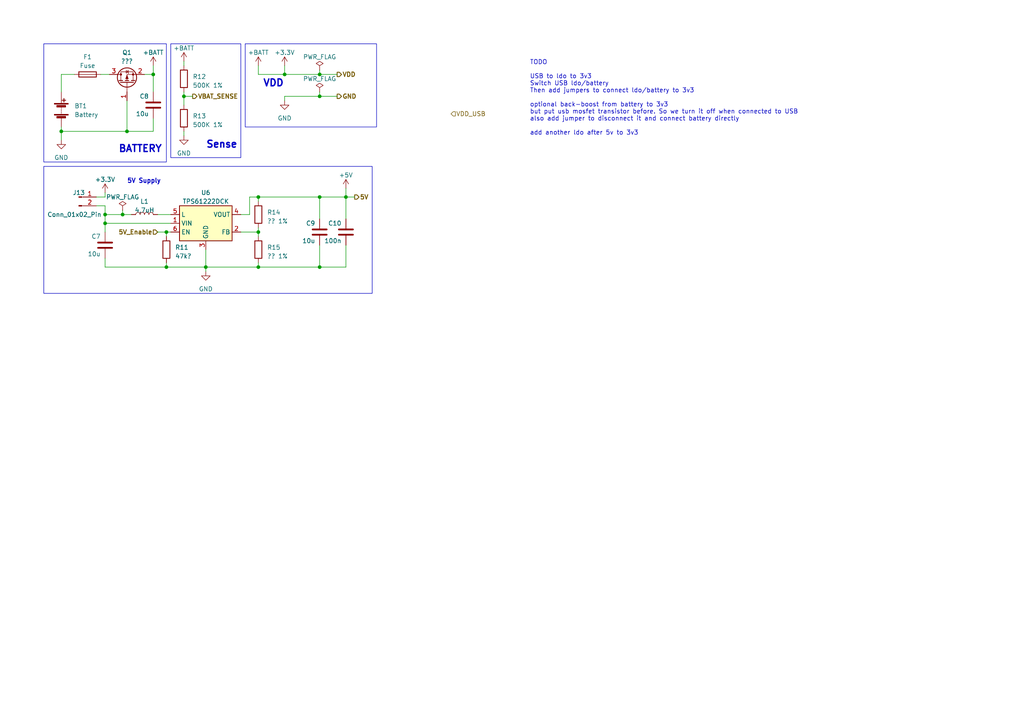
<source format=kicad_sch>
(kicad_sch (version 20230121) (generator eeschema)
  (paper "A4")
  (lib_symbols
    (symbol "Connector:Conn_01x02_Pin" (pin_names (offset 1.016) hide)
      (property "Reference" "J" (at 0 2.54 0))
      (property "Value" "Conn_01x02_Pin" (at 0 -5.08 0))
      (symbol "Conn_01x02_Pin_1_1"
        (polyline (pts (xy 1.27 -2.54) (xy 0.8636 -2.54)) (stroke (width 0.1524)))
        (polyline (pts (xy 1.27 0) (xy 0.8636 0)) (stroke (width 0.1524)))
        (rectangle (start 0.8636 -2.413) (end 0 -2.667) (stroke (width 0.1524)) (fill (type outline)))
        (rectangle (start 0.8636 0.127) (end 0 -0.127) (stroke (width 0.1524)) (fill (type outline)))
        (pin passive line (at 5.08 0 180) (length 3.81) (name "Pin_1") (number "1"))
        (pin passive line (at 5.08 -2.54 180) (length 3.81) (name "Pin_2") (number "2"))
      )
    )
    (symbol "Device:Battery" (pin_numbers hide) (pin_names (offset 0) hide)
      (property "Reference" "BT" (at 2.54 2.54 0))
      (property "Value" "Battery" (at 2.54 0 0))
      (symbol "Battery_0_1"
        (rectangle (start -2.032 -1.397) (end 2.032 -1.651) (fill (type outline)))
        (rectangle (start -2.032 1.778) (end 2.032 1.524) (fill (type outline)))
        (rectangle (start -1.3208 -1.9812) (end 1.27 -2.4892) (fill (type outline)))
        (rectangle (start -1.3208 1.1938) (end 1.27 0.6858) (fill (type outline)))
        (polyline (pts (xy 0 -1.524) (xy 0 -1.27)))
        (polyline (pts (xy 0 -1.016) (xy 0 -0.762)))
        (polyline (pts (xy 0 -0.508) (xy 0 -0.254)))
        (polyline (pts (xy 0 0) (xy 0 0.254)))
        (polyline (pts (xy 0 0.508) (xy 0 0.762)))
        (polyline (pts (xy 0 1.778) (xy 0 2.54)))
        (polyline (pts (xy 0.254 2.667) (xy 1.27 2.667)) (stroke (width 0.254)))
        (polyline (pts (xy 0.762 3.175) (xy 0.762 2.159)) (stroke (width 0.254)))
      )
      (symbol "Battery_1_1"
        (pin passive line (at 0 5.08 270) (length 2.54) (name "+") (number "1"))
        (pin passive line (at 0 -5.08 90) (length 2.54) (name "-") (number "2"))
      )
    )
    (symbol "Device:C" (pin_numbers hide) (pin_names (offset 0.254))
      (property "Reference" "C" (at 0.635 2.54 0))
      (property "Value" "C" (at 0.635 -2.54 0))
      (symbol "C_0_1"
        (polyline (pts (xy -2.032 -0.762) (xy 2.032 -0.762)) (stroke (width 0.508)))
        (polyline (pts (xy -2.032 0.762) (xy 2.032 0.762)) (stroke (width 0.508)))
      )
      (symbol "C_1_1"
        (pin passive line (at 0 3.81 270) (length 2.794) (name "~") (number "1"))
        (pin passive line (at 0 -3.81 90) (length 2.794) (name "~") (number "2"))
      )
    )
    (symbol "Device:Fuse" (pin_numbers hide) (pin_names (offset 0))
      (property "Reference" "F" (at 2.032 0 90))
      (property "Value" "Fuse" (at -1.905 0 90))
      (symbol "Fuse_0_1"
        (rectangle (start -0.762 -2.54) (end 0.762 2.54) (stroke (width 0.254)))
        (polyline (pts (xy 0 2.54) (xy 0 -2.54)))
      )
      (symbol "Fuse_1_1"
        (pin passive line (at 0 3.81 270) (length 1.27) (name "~") (number "1"))
        (pin passive line (at 0 -3.81 90) (length 1.27) (name "~") (number "2"))
      )
    )
    (symbol "Device:L" (pin_numbers hide) (pin_names (offset 1.016) hide)
      (property "Reference" "L" (at -1.27 0 90))
      (property "Value" "L" (at 1.905 0 90))
      (symbol "L_0_1"
        (arc (start 0 -2.54) (mid 0.6323 -1.905) (end 0 -1.27))
        (arc (start 0 -1.27) (mid 0.6323 -0.635) (end 0 0))
        (arc (start 0 0) (mid 0.6323 0.635) (end 0 1.27))
        (arc (start 0 1.27) (mid 0.6323 1.905) (end 0 2.54))
      )
      (symbol "L_1_1"
        (pin passive line (at 0 3.81 270) (length 1.27) (name "1") (number "1"))
        (pin passive line (at 0 -3.81 90) (length 1.27) (name "2") (number "2"))
      )
    )
    (symbol "Device:R" (pin_numbers hide) (pin_names (offset 0))
      (property "Reference" "R" (at 2.032 0 90))
      (property "Value" "R" (at 0 0 90))
      (symbol "R_0_1"
        (rectangle (start -1.016 -2.54) (end 1.016 2.54) (stroke (width 0.254)))
      )
      (symbol "R_1_1"
        (pin passive line (at 0 3.81 270) (length 1.27) (name "~") (number "1"))
        (pin passive line (at 0 -3.81 90) (length 1.27) (name "~") (number "2"))
      )
    )
    (symbol "Regulator_Switching:TPS61222DCK"
      (property "Reference" "U" (at -7.62 6.35 0))
      (property "Value" "TPS61222DCK" (at 2.54 6.35 0))
      (symbol "TPS61222DCK_0_1"
        (rectangle (start -7.62 5.08) (end 7.62 -5.08) (stroke (width 0.254)) (fill (type background)))
      )
      (symbol "TPS61222DCK_1_1"
        (pin power_in line (at -10.16 0 0) (length 2.54) (name "VIN") (number "1"))
        (pin input line (at 10.16 -2.54 180) (length 2.54) (name "FB") (number "2"))
        (pin power_in line (at 0 -7.62 90) (length 2.54) (name "GND") (number "3"))
        (pin power_out line (at 10.16 2.54 180) (length 2.54) (name "VOUT") (number "4"))
        (pin power_in line (at -10.16 2.54 0) (length 2.54) (name "L") (number "5"))
        (pin input line (at -10.16 -2.54 0) (length 2.54) (name "EN") (number "6"))
      )
    )
    (symbol "Transistor_FET:AO3401A" (pin_names hide)
      (property "Reference" "Q" (at 5.08 1.905 0))
      (property "Value" "AO3401A" (at 5.08 0 0))
      (symbol "AO3401A_0_1"
        (polyline (pts (xy 0.254 0) (xy -2.54 0)))
        (polyline (pts (xy 0.254 1.905) (xy 0.254 -1.905)) (stroke (width 0.254)))
        (polyline (pts (xy 0.762 -1.27) (xy 0.762 -2.286)) (stroke (width 0.254)))
        (polyline (pts (xy 0.762 0.508) (xy 0.762 -0.508)) (stroke (width 0.254)))
        (polyline (pts (xy 0.762 2.286) (xy 0.762 1.27)) (stroke (width 0.254)))
        (polyline (pts (xy 2.54 2.54) (xy 2.54 1.778)))
        (polyline (pts (xy 2.54 -2.54) (xy 2.54 0) (xy 0.762 0)))
        (polyline (pts (xy 0.762 1.778) (xy 3.302 1.778) (xy 3.302 -1.778) (xy 0.762 -1.778)))
        (polyline (pts (xy 2.286 0) (xy 1.27 0.381) (xy 1.27 -0.381) (xy 2.286 0)) (fill (type outline)))
        (polyline (pts (xy 2.794 -0.508) (xy 2.921 -0.381) (xy 3.683 -0.381) (xy 3.81 -0.254)))
        (polyline (pts (xy 3.302 -0.381) (xy 2.921 0.254) (xy 3.683 0.254) (xy 3.302 -0.381)))
        (circle (center 1.651 0) (radius 2.794) (stroke (width 0.254)))
        (circle (center 2.54 -1.778) (radius 0.254) (fill (type outline)))
        (circle (center 2.54 1.778) (radius 0.254) (fill (type outline)))
      )
      (symbol "AO3401A_1_1"
        (pin input line (at -5.08 0 0) (length 2.54) (name "G") (number "1"))
        (pin passive line (at 2.54 -5.08 90) (length 2.54) (name "S") (number "2"))
        (pin passive line (at 2.54 5.08 270) (length 2.54) (name "D") (number "3"))
      )
    )
    (symbol "power:+3.3V" (power) (pin_names (offset 0))
      (property "Value" "+3.3V" (at 0 3.556 0))
      (symbol "+3.3V_0_1"
        (polyline (pts (xy -0.762 1.27) (xy 0 2.54)))
        (polyline (pts (xy 0 0) (xy 0 2.54)))
        (polyline (pts (xy 0 2.54) (xy 0.762 1.27)))
      )
      (symbol "+3.3V_1_1"
        (pin power_in line (at 0 0 90) (length 0) hide (name "+3.3V") (number "1"))
      )
    )
    (symbol "power:+5V" (power) (pin_names (offset 0))
      (property "Value" "+5V" (at 0 3.556 0))
      (symbol "+5V_0_1"
        (polyline (pts (xy -0.762 1.27) (xy 0 2.54)))
        (polyline (pts (xy 0 0) (xy 0 2.54)))
        (polyline (pts (xy 0 2.54) (xy 0.762 1.27)))
      )
      (symbol "+5V_1_1"
        (pin power_in line (at 0 0 90) (length 0) hide (name "+5V") (number "1"))
      )
    )
    (symbol "power:+BATT" (power) (pin_names (offset 0))
      (property "Value" "+BATT" (at 0 3.556 0))
      (symbol "+BATT_0_1"
        (polyline (pts (xy -0.762 1.27) (xy 0 2.54)))
        (polyline (pts (xy 0 0) (xy 0 2.54)))
        (polyline (pts (xy 0 2.54) (xy 0.762 1.27)))
      )
      (symbol "+BATT_1_1"
        (pin power_in line (at 0 0 90) (length 0) hide (name "+BATT") (number "1"))
      )
    )
    (symbol "power:GND" (power) (pin_names (offset 0))
      (property "Value" "GND" (at 0 -3.81 0))
      (symbol "GND_0_1"
        (polyline (pts (xy 0 0) (xy 0 -1.27) (xy 1.27 -1.27) (xy 0 -2.54) (xy -1.27 -1.27) (xy 0 -1.27)))
      )
      (symbol "GND_1_1"
        (pin power_in line (at 0 0 270) (length 0) hide (name "GND") (number "1"))
      )
    )
    (symbol "power:PWR_FLAG" (power) (pin_numbers hide) (pin_names (offset 0) hide)
      (property "Value" "PWR_FLAG" (at 0 3.81 0))
      (symbol "PWR_FLAG_0_0"
        (pin power_out line (at 0 0 90) (length 0) (name "pwr") (number "1"))
      )
      (symbol "PWR_FLAG_0_1"
        (polyline (pts (xy 0 0) (xy 0 1.27) (xy -1.016 1.905) (xy 0 2.54) (xy 1.016 1.905) (xy 0 1.27)))
      )
    )
  )
  (junction (at 59.69 77.47))
  (junction (at 92.71 77.47))
  (junction (at 30.48 62.23))
  (junction (at 100.33 57.15))
  (junction (at 48.26 67.31))
  (junction (at 92.71 27.94))
  (junction (at 30.48 64.77))
  (junction (at 92.71 57.15))
  (junction (at 74.93 57.15))
  (junction (at 36.83 38.1))
  (junction (at 82.55 21.59))
  (junction (at 17.78 38.1))
  (junction (at 92.71 21.59))
  (junction (at 74.93 77.47))
  (junction (at 44.45 21.59))
  (junction (at 53.34 27.94))
  (junction (at 48.26 77.47))
  (junction (at 74.93 67.31))
  (junction (at 35.56 62.23))
  (wire (pts (xy 17.78 38.1) (xy 17.78 40.64)))
  (wire (pts (xy 44.45 38.1) (xy 36.83 38.1)))
  (wire (pts (xy 17.78 26.67) (xy 17.78 21.59)))
  (wire (pts (xy 74.93 21.59) (xy 82.55 21.59)))
  (wire (pts (xy 59.69 72.39) (xy 59.69 77.47)))
  (wire (pts (xy 30.48 57.15) (xy 30.48 55.88)))
  (wire (pts (xy 45.72 67.31) (xy 48.26 67.31)))
  (wire (pts (xy 30.48 74.93) (xy 30.48 77.47)))
  (wire (pts (xy 30.48 64.77) (xy 30.48 67.31)))
  (wire (pts (xy 92.71 71.12) (xy 92.71 77.47)))
  (wire (pts (xy 53.34 17.78) (xy 53.34 19.05)))
  (wire (pts (xy 30.48 64.77) (xy 49.53 64.77)))
  (wire (pts (xy 45.72 62.23) (xy 49.53 62.23)))
  (wire (pts (xy 82.55 21.59) (xy 92.71 21.59)))
  (wire (pts (xy 17.78 36.83) (xy 17.78 38.1)))
  (wire (pts (xy 27.94 59.69) (xy 30.48 59.69)))
  (wire (pts (xy 100.33 54.61) (xy 100.33 57.15)))
  (wire (pts (xy 100.33 71.12) (xy 100.33 77.47)))
  (wire (pts (xy 74.93 66.04) (xy 74.93 67.31)))
  (wire (pts (xy 92.71 20.32) (xy 92.71 21.59)))
  (wire (pts (xy 92.71 27.94) (xy 82.55 27.94)))
  (wire (pts (xy 100.33 57.15) (xy 92.71 57.15)))
  (wire (pts (xy 41.91 21.59) (xy 44.45 21.59)))
  (wire (pts (xy 92.71 57.15) (xy 92.71 63.5)))
  (wire (pts (xy 72.39 57.15) (xy 72.39 62.23)))
  (wire (pts (xy 92.71 21.59) (xy 97.79 21.59)))
  (wire (pts (xy 44.45 21.59) (xy 44.45 19.05)))
  (wire (pts (xy 92.71 77.47) (xy 100.33 77.47)))
  (wire (pts (xy 53.34 38.1) (xy 53.34 39.37)))
  (wire (pts (xy 74.93 57.15) (xy 92.71 57.15)))
  (wire (pts (xy 35.56 60.96) (xy 35.56 62.23)))
  (wire (pts (xy 30.48 59.69) (xy 30.48 62.23)))
  (wire (pts (xy 29.21 21.59) (xy 31.75 21.59)))
  (wire (pts (xy 35.56 62.23) (xy 38.1 62.23)))
  (wire (pts (xy 97.79 27.94) (xy 92.71 27.94)))
  (wire (pts (xy 59.69 77.47) (xy 59.69 78.74)))
  (wire (pts (xy 36.83 29.21) (xy 36.83 38.1)))
  (wire (pts (xy 48.26 76.2) (xy 48.26 77.47)))
  (wire (pts (xy 30.48 62.23) (xy 35.56 62.23)))
  (wire (pts (xy 100.33 57.15) (xy 102.87 57.15)))
  (wire (pts (xy 69.85 67.31) (xy 74.93 67.31)))
  (wire (pts (xy 44.45 21.59) (xy 44.45 26.67)))
  (wire (pts (xy 17.78 21.59) (xy 21.59 21.59)))
  (wire (pts (xy 44.45 34.29) (xy 44.45 38.1)))
  (wire (pts (xy 72.39 62.23) (xy 69.85 62.23)))
  (wire (pts (xy 48.26 77.47) (xy 59.69 77.47)))
  (wire (pts (xy 30.48 77.47) (xy 48.26 77.47)))
  (wire (pts (xy 74.93 19.05) (xy 74.93 21.59)))
  (wire (pts (xy 74.93 77.47) (xy 92.71 77.47)))
  (wire (pts (xy 82.55 27.94) (xy 82.55 29.21)))
  (wire (pts (xy 53.34 27.94) (xy 55.88 27.94)))
  (wire (pts (xy 30.48 62.23) (xy 30.48 64.77)))
  (wire (pts (xy 59.69 77.47) (xy 74.93 77.47)))
  (wire (pts (xy 48.26 68.58) (xy 48.26 67.31)))
  (wire (pts (xy 53.34 27.94) (xy 53.34 30.48)))
  (wire (pts (xy 72.39 57.15) (xy 74.93 57.15)))
  (wire (pts (xy 53.34 26.67) (xy 53.34 27.94)))
  (wire (pts (xy 74.93 76.2) (xy 74.93 77.47)))
  (wire (pts (xy 27.94 57.15) (xy 30.48 57.15)))
  (wire (pts (xy 74.93 57.15) (xy 74.93 58.42)))
  (wire (pts (xy 48.26 67.31) (xy 49.53 67.31)))
  (wire (pts (xy 36.83 38.1) (xy 17.78 38.1)))
  (wire (pts (xy 92.71 26.67) (xy 92.71 27.94)))
  (wire (pts (xy 82.55 21.59) (xy 82.55 19.05)))
  (wire (pts (xy 100.33 63.5) (xy 100.33 57.15)))
  (wire (pts (xy 74.93 67.31) (xy 74.93 68.58)))
  (rectangle (start 12.7 12.7) (end 48.26 46.99))
  (rectangle (start 71.12 12.7) (end 109.22 36.83))
  (rectangle (start 49.53 12.7) (end 69.85 45.72))
  (rectangle (start 12.7 48.26) (end 107.95 85.09))
  (text "Sense" (at 59.69 43.18 0) (effects (font (size 2 2) bold) (justify left bottom)))
  (text "VDD" (at 76.2 25.4 0) (effects (font (size 2 2) bold) (justify left bottom)))
  (text "BATTERY" (at 34.29 44.45 0) (effects (font (size 2 2) (thickness 0.4) bold) (justify left bottom)))
  (text "TODO\n\nUSB to ldo to 3v3\nSwitch USB ldo/battery\nThen add jumpers to connect ldo/battery to 3v3\n\noptional back-boost from battery to 3v3\nbut put usb mosfet transistor before. So we turn it off when connected to USB\nalso add jumper to disconnect it and connect battery directly\n\nadd another ldo after 5v to 3v3" (at 153.67 39.37 0) (effects (font (size 1.27 1.27)) (justify left bottom)))
  (text "5V Supply" (at 36.83 53.34 0) (effects (font (size 1.27 1.27) bold) (justify left bottom)))
  (hierarchical_label "VBAT_SENSE" (shape output) (at 55.88 27.94 0) (effects (font bold)))
  (hierarchical_label "5V" (shape output) (at 102.87 57.15 0) (effects (font bold)))
  (hierarchical_label "5V_Enable" (shape input) (at 45.72 67.31 180) (effects (font bold)))
  (hierarchical_label "VDD" (shape output) (at 97.79 21.59 0) (effects (font bold)))
  (hierarchical_label "GND" (shape output) (at 97.79 27.94 0) (effects (font bold)))
  (hierarchical_label "VDD_USB" (shape input) (at 130.81 33.02 0))
  (symbol (lib_id "Transistor_FET:AO3401A") (at 36.83 24.13 90) (unit 1)
    (property "Reference" "Q1" (at 36.83 15.24 90))
    (property "Value" "???" (at 36.83 17.78 90))
    (property "Footprint" "Package_TO_SOT_SMD:SOT-23" (effects hide))
    (property "Datasheet" "http://www.aosmd.com/pdfs/datasheet/AO3401A.pdf" (effects hide))
  )
  (symbol (lib_id "Device:R") (at 74.93 62.23 0) (unit 1)
    (property "Reference" "R14" (at 77.47 61.595 0) (effects (justify left)))
    (property "Value" "?? 1%" (at 77.47 64.135 0) (effects (justify left)))
    (property "Footprint" "Resistor_SMD:R_1206_3216Metric" (effects hide))
  )
  (symbol (lib_id "Device:Fuse") (at 25.4 21.59 90) (unit 1)
    (property "Reference" "F1" (at 25.4 16.51 90))
    (property "Value" "Fuse" (at 25.4 19.05 90))
    (property "Footprint" "Fuse:Fuse_2920_7451Metric_Pad2.10x5.45mm_HandSolder" (effects hide))
  )
  (symbol (lib_id "power:GND") (at 53.34 39.37 0) (unit 1)
    (property "Reference" "#PWR043" (effects hide))
    (property "Value" "GND" (at 53.34 44.45 0))
  )
  (symbol (lib_id "Device:L") (at 41.91 62.23 90) (unit 1)
    (property "Reference" "L1" (at 41.91 58.42 90))
    (property "Value" "4,7uH" (at 41.91 60.96 90))
    (property "Footprint" "Inductor_SMD:L_6.3x6.3_H3" (effects hide))
  )
  (symbol (lib_id "Device:R") (at 48.26 72.39 0) (unit 1)
    (property "Reference" "R11" (at 50.8 71.755 0) (effects (justify left)))
    (property "Value" "47k?" (at 50.8 74.295 0) (effects (justify left)))
    (property "Footprint" "Resistor_SMD:R_1206_3216Metric" (effects hide))
  )
  (symbol (lib_id "power:GND") (at 59.69 78.74 0) (unit 1)
    (property "Reference" "#PWR044" (effects hide))
    (property "Value" "GND" (at 59.69 83.82 0))
  )
  (symbol (lib_id "power:+BATT") (at 53.34 17.78 0) (unit 1)
    (property "Reference" "#PWR042" (effects hide))
    (property "Value" "+BATT" (at 53.34 13.97 0))
  )
  (symbol (lib_id "Device:C") (at 100.33 67.31 0) (unit 1)
    (property "Reference" "C10" (at 99.06 64.77 0) (effects (justify right)))
    (property "Value" "100n" (at 99.06 69.85 0) (effects (justify right)))
    (property "Footprint" "Capacitor_SMD:C_0805_2012Metric" (effects hide))
  )
  (symbol (lib_id "power:+3.3V") (at 30.48 55.88 0) (unit 1)
    (property "Reference" "#PWR040" (effects hide))
    (property "Value" "+3.3V" (at 30.48 52.07 0))
  )
  (symbol (lib_id "power:+BATT") (at 74.93 19.05 0) (unit 1)
    (property "Reference" "#PWR045" (effects hide))
    (property "Value" "+BATT" (at 74.93 15.24 0))
  )
  (symbol (lib_id "Device:R") (at 74.93 72.39 0) (unit 1)
    (property "Reference" "R15" (at 77.47 71.755 0) (effects (justify left)))
    (property "Value" "?? 1%" (at 77.47 74.295 0) (effects (justify left)))
    (property "Footprint" "Capacitor_SMD:C_0805_2012Metric" (effects hide))
  )
  (symbol (lib_id "Regulator_Switching:TPS61222DCK") (at 59.69 64.77 0) (unit 1)
    (property "Reference" "U6" (at 59.69 55.88 0))
    (property "Value" "TPS61222DCK" (at 59.69 58.42 0))
    (property "Footprint" "Package_TO_SOT_SMD:Texas_R-PDSO-G6" (effects hide))
    (property "Datasheet" "http://www.ti.com/lit/ds/symlink/tps61220.pdf" (effects hide))
  )
  (symbol (lib_id "power:+5V") (at 100.33 54.61 0) (unit 1)
    (property "Reference" "#PWR048" (effects hide))
    (property "Value" "+5V" (at 100.33 50.8 0))
  )
  (symbol (lib_id "power:+BATT") (at 44.45 19.05 0) (unit 1)
    (property "Reference" "#PWR041" (effects hide))
    (property "Value" "+BATT" (at 44.45 15.24 0))
  )
  (symbol (lib_id "power:GND") (at 17.78 40.64 0) (unit 1)
    (property "Reference" "#PWR039" (effects hide))
    (property "Value" "GND" (at 17.78 45.72 0))
  )
  (symbol (lib_id "Device:C") (at 44.45 30.48 0) (unit 1)
    (property "Reference" "C8" (at 43.18 27.94 0) (effects (justify right)))
    (property "Value" "10u" (at 43.18 33.02 0) (effects (justify right)))
    (property "Footprint" "Capacitor_SMD:C_0805_2012Metric" (effects hide))
  )
  (symbol (lib_id "power:+3.3V") (at 82.55 19.05 0) (unit 1)
    (property "Reference" "#PWR046" (effects hide))
    (property "Value" "+3.3V" (at 82.55 15.24 0))
  )
  (symbol (lib_id "Device:C") (at 92.71 67.31 0) (unit 1)
    (property "Reference" "C9" (at 91.44 64.77 0) (effects (justify right)))
    (property "Value" "10u" (at 91.44 69.85 0) (effects (justify right)))
    (property "Footprint" "Capacitor_SMD:C_0805_2012Metric" (effects hide))
  )
  (symbol (lib_id "power:GND") (at 82.55 29.21 0) (unit 1)
    (property "Reference" "#PWR047" (effects hide))
    (property "Value" "GND" (at 82.55 34.29 0))
  )
  (symbol (lib_id "power:PWR_FLAG") (at 92.71 20.32 0) (unit 1)
    (property "Reference" "#FLG02" (effects hide))
    (property "Value" "PWR_FLAG" (at 92.71 16.51 0))
  )
  (symbol (lib_id "Device:R") (at 53.34 22.86 0) (unit 1)
    (property "Reference" "R12" (at 55.88 22.225 0) (effects (justify left)))
    (property "Value" "500K 1%" (at 55.88 24.765 0) (effects (justify left)))
    (property "Footprint" "Resistor_SMD:R_1206_3216Metric" (effects hide))
  )
  (symbol (lib_id "Device:Battery") (at 17.78 31.75 0) (unit 1)
    (property "Reference" "BT1" (at 21.59 30.734 0) (effects (justify left)))
    (property "Value" "Battery" (at 21.59 33.274 0) (effects (justify left)))
    (property "Footprint" "Battery:BatteryHolder_Keystone_2462_2xAA" (effects hide))
  )
  (symbol (lib_id "Connector:Conn_01x02_Pin") (at 22.86 57.15 0) (unit 1)
    (property "Reference" "J13" (at 22.86 55.88 0))
    (property "Value" "Conn_01x02_Pin" (at 21.59 62.23 0))
    (property "Footprint" "Connector_PinHeader_2.00mm:PinHeader_1x02_P2.00mm_Vertical" (effects hide))
  )
  (symbol (lib_id "power:PWR_FLAG") (at 92.71 26.67 0) (unit 1)
    (property "Reference" "#FLG03" (effects hide))
    (property "Value" "PWR_FLAG" (at 92.71 22.86 0))
  )
  (symbol (lib_id "power:PWR_FLAG") (at 35.56 60.96 0) (unit 1)
    (property "Reference" "#FLG01" (effects hide))
    (property "Value" "PWR_FLAG" (at 35.56 57.15 0))
  )
  (symbol (lib_id "Device:R") (at 53.34 34.29 0) (unit 1)
    (property "Reference" "R13" (at 55.88 33.655 0) (effects (justify left)))
    (property "Value" "500K 1%" (at 55.88 36.195 0) (effects (justify left)))
    (property "Footprint" "Resistor_SMD:R_1206_3216Metric" (effects hide))
  )
  (symbol (lib_id "Device:C") (at 30.48 71.12 0) (unit 1)
    (property "Reference" "C7" (at 29.21 68.58 0) (effects (justify right)))
    (property "Value" "10u" (at 29.21 73.66 0) (effects (justify right)))
    (property "Footprint" "Capacitor_SMD:C_0805_2012Metric" (effects hide))
  )
)
</source>
